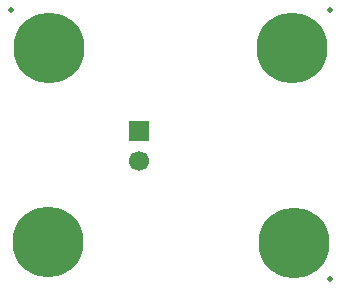
<source format=gbl>
G04 #@! TF.GenerationSoftware,KiCad,Pcbnew,9.0.1+1*
G04 #@! TF.CreationDate,2025-08-20T07:53:21+00:00*
G04 #@! TF.ProjectId,intergalaktik,696e7465-7267-4616-9c61-6b74696b2e6b,v1.0*
G04 #@! TF.SameCoordinates,Original*
G04 #@! TF.FileFunction,Copper,L4,Bot*
G04 #@! TF.FilePolarity,Positive*
%FSLAX46Y46*%
G04 Gerber Fmt 4.6, Leading zero omitted, Abs format (unit mm)*
G04 Created by KiCad (PCBNEW 9.0.1+1) date 2025-08-20 07:53:21*
%MOMM*%
%LPD*%
G01*
G04 APERTURE LIST*
G04 #@! TA.AperFunction,ComponentPad*
%ADD10C,6.000000*%
G04 #@! TD*
G04 #@! TA.AperFunction,ComponentPad*
%ADD11R,1.700000X1.700000*%
G04 #@! TD*
G04 #@! TA.AperFunction,ComponentPad*
%ADD12C,1.700000*%
G04 #@! TD*
G04 #@! TA.AperFunction,SMDPad,CuDef*
%ADD13C,0.500000*%
G04 #@! TD*
G04 APERTURE END LIST*
D10*
X125060000Y-124290000D03*
D11*
X132720000Y-114890000D03*
D12*
X132720000Y-117430000D03*
D10*
X145680000Y-107850000D03*
X145920000Y-124310000D03*
X125110000Y-107800000D03*
D13*
X148910000Y-127400000D03*
X148900000Y-104620000D03*
X121930000Y-104620000D03*
M02*

</source>
